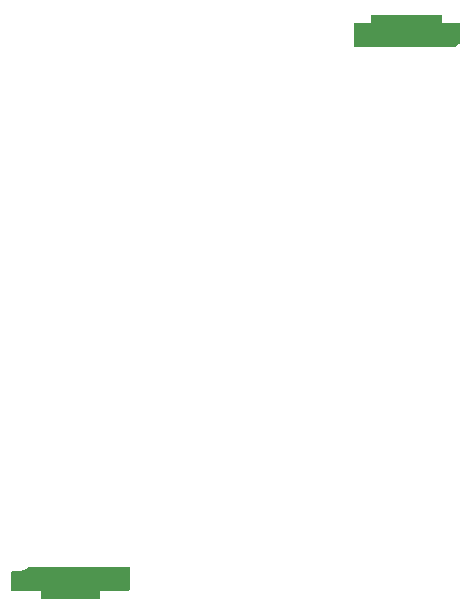
<source format=gbs>
G04 #@! TF.GenerationSoftware,KiCad,Pcbnew,(7.0.0-0)*
G04 #@! TF.CreationDate,2024-03-30T14:09:05+02:00*
G04 #@! TF.ProjectId,radio-battery-replacement,72616469-6f2d-4626-9174-746572792d72,rev?*
G04 #@! TF.SameCoordinates,Original*
G04 #@! TF.FileFunction,Soldermask,Bot*
G04 #@! TF.FilePolarity,Negative*
%FSLAX46Y46*%
G04 Gerber Fmt 4.6, Leading zero omitted, Abs format (unit mm)*
G04 Created by KiCad (PCBNEW (7.0.0-0)) date 2024-03-30 14:09:05*
%MOMM*%
%LPD*%
G01*
G04 APERTURE LIST*
G04 APERTURE END LIST*
G36*
X128438000Y-69266613D02*
G01*
X128483387Y-69312000D01*
X128500000Y-69374000D01*
X128500000Y-69983674D01*
X128503450Y-69996549D01*
X128516326Y-70000000D01*
X129876000Y-70000000D01*
X129938000Y-70016613D01*
X129983387Y-70062000D01*
X130000000Y-70124000D01*
X130000000Y-71613742D01*
X129990392Y-71661600D01*
X129963059Y-71702041D01*
X129922234Y-71728800D01*
X129874599Y-71747941D01*
X129865235Y-71752662D01*
X129671993Y-71871645D01*
X129663563Y-71877880D01*
X129559938Y-71969083D01*
X129521796Y-71992014D01*
X129478014Y-72000000D01*
X121124000Y-72000000D01*
X121062000Y-71983387D01*
X121016613Y-71938000D01*
X121000000Y-71876000D01*
X121000000Y-70124000D01*
X121016613Y-70062000D01*
X121062000Y-70016613D01*
X121124000Y-70000000D01*
X122483674Y-70000000D01*
X122496549Y-69996549D01*
X122500000Y-69983674D01*
X122500000Y-69374000D01*
X122516613Y-69312000D01*
X122562000Y-69266613D01*
X122624000Y-69250000D01*
X128376000Y-69250000D01*
X128438000Y-69266613D01*
G37*
G36*
X101938000Y-116016613D02*
G01*
X101983387Y-116062000D01*
X102000000Y-116124000D01*
X102000000Y-117876000D01*
X101983387Y-117938000D01*
X101938000Y-117983387D01*
X101876000Y-118000000D01*
X99516326Y-118000000D01*
X99503450Y-118003450D01*
X99500000Y-118016326D01*
X99500000Y-118626000D01*
X99483387Y-118688000D01*
X99438000Y-118733387D01*
X99376000Y-118750000D01*
X94624000Y-118750000D01*
X94562000Y-118733387D01*
X94516613Y-118688000D01*
X94500000Y-118626000D01*
X94500000Y-118016326D01*
X94496549Y-118003450D01*
X94483674Y-118000000D01*
X92124000Y-118000000D01*
X92062000Y-117983387D01*
X92016613Y-117938000D01*
X92000000Y-117876000D01*
X92000000Y-116472798D01*
X92012117Y-116419335D01*
X92046101Y-116376321D01*
X92095309Y-116352163D01*
X92150124Y-116351581D01*
X92317025Y-116387551D01*
X92327438Y-116388884D01*
X92554158Y-116398515D01*
X92564635Y-116398070D01*
X92789727Y-116369245D01*
X92799987Y-116367034D01*
X93016964Y-116300586D01*
X93026701Y-116296673D01*
X93229332Y-116194509D01*
X93238256Y-116189014D01*
X93420716Y-116054068D01*
X93428592Y-116047136D01*
X93437156Y-116038201D01*
X93478012Y-116009949D01*
X93526679Y-116000000D01*
X101876000Y-116000000D01*
X101938000Y-116016613D01*
G37*
G36*
X101989985Y-115993068D02*
G01*
X102001606Y-115996181D01*
X102002503Y-115996700D01*
X102003300Y-115997498D01*
X102003817Y-115998393D01*
X102006932Y-116010015D01*
X102007000Y-116010533D01*
X102007000Y-117989467D01*
X102006932Y-117989985D01*
X102003817Y-118001607D01*
X102003299Y-118002503D01*
X102002503Y-118003299D01*
X102001607Y-118003817D01*
X101989985Y-118006932D01*
X101989467Y-118007000D01*
X99585263Y-118007000D01*
X99546034Y-118017511D01*
X99517511Y-118046034D01*
X99507000Y-118085263D01*
X99507000Y-118739467D01*
X99506932Y-118739985D01*
X99503817Y-118751607D01*
X99503299Y-118752503D01*
X99502503Y-118753299D01*
X99501607Y-118753817D01*
X99489985Y-118756932D01*
X99489467Y-118757000D01*
X94510533Y-118757000D01*
X94510015Y-118756932D01*
X94498393Y-118753817D01*
X94497498Y-118753300D01*
X94496700Y-118752503D01*
X94496181Y-118751606D01*
X94493068Y-118739985D01*
X94493000Y-118739467D01*
X94493000Y-118085263D01*
X94482488Y-118046034D01*
X94453966Y-118017511D01*
X94414737Y-118007000D01*
X92010533Y-118007000D01*
X92010015Y-118006932D01*
X91998393Y-118003817D01*
X91997498Y-118003300D01*
X91996700Y-118002503D01*
X91996181Y-118001606D01*
X91995215Y-117998000D01*
X92002000Y-117998000D01*
X94500000Y-117998000D01*
X94501414Y-117998586D01*
X94502000Y-118000000D01*
X94502000Y-118748000D01*
X99498000Y-118748000D01*
X99498000Y-118000000D01*
X99498586Y-117998586D01*
X99500000Y-117998000D01*
X101998000Y-117998000D01*
X101998000Y-116002000D01*
X93474622Y-116002000D01*
X93426389Y-116052325D01*
X93426134Y-116052549D01*
X93235219Y-116193749D01*
X93234930Y-116193927D01*
X93022899Y-116300831D01*
X93022585Y-116300957D01*
X92795537Y-116370489D01*
X92795205Y-116370561D01*
X92559672Y-116400723D01*
X92559333Y-116400737D01*
X92322090Y-116390659D01*
X92321754Y-116390616D01*
X92089627Y-116340588D01*
X92089302Y-116340489D01*
X92002000Y-116305408D01*
X92002000Y-117998000D01*
X91995215Y-117998000D01*
X91993068Y-117989985D01*
X91993000Y-117989467D01*
X91993000Y-116315585D01*
X91993105Y-116314946D01*
X91997653Y-116301466D01*
X91998432Y-116300445D01*
X91998734Y-116300242D01*
X91999963Y-116299905D01*
X92014166Y-116300709D01*
X92014799Y-116300850D01*
X92085873Y-116329410D01*
X92098678Y-116333331D01*
X92316491Y-116380275D01*
X92329791Y-116381978D01*
X92552395Y-116391434D01*
X92565777Y-116390865D01*
X92786811Y-116362561D01*
X92799905Y-116359738D01*
X93012941Y-116294497D01*
X93025383Y-116289498D01*
X93224341Y-116189185D01*
X93235756Y-116182157D01*
X93414898Y-116049664D01*
X93424947Y-116040820D01*
X93463114Y-116000998D01*
X93463421Y-116000737D01*
X93471316Y-115995278D01*
X93472053Y-115994963D01*
X93481463Y-115993040D01*
X93481863Y-115993000D01*
X101989467Y-115993000D01*
X101989985Y-115993068D01*
G37*
G36*
X128489985Y-69243068D02*
G01*
X128501606Y-69246181D01*
X128502503Y-69246700D01*
X128503300Y-69247498D01*
X128503817Y-69248393D01*
X128506932Y-69260015D01*
X128507000Y-69260533D01*
X128507000Y-69914737D01*
X128517511Y-69953966D01*
X128546034Y-69982488D01*
X128585263Y-69993000D01*
X129989467Y-69993000D01*
X129989985Y-69993068D01*
X130001606Y-69996181D01*
X130002503Y-69996700D01*
X130003300Y-69997498D01*
X130003817Y-69998393D01*
X130006932Y-70010015D01*
X130007000Y-70010533D01*
X130007000Y-71685575D01*
X130006912Y-71686161D01*
X130003015Y-71698883D01*
X130002359Y-71699853D01*
X129992006Y-71708213D01*
X129991496Y-71708513D01*
X129879110Y-71753673D01*
X129867152Y-71759701D01*
X129677411Y-71876528D01*
X129666638Y-71884496D01*
X129534863Y-72000474D01*
X129534573Y-72000687D01*
X129527140Y-72005156D01*
X129526468Y-72005410D01*
X129517929Y-72006968D01*
X129517570Y-72007000D01*
X121010533Y-72007000D01*
X121010015Y-72006932D01*
X120998393Y-72003817D01*
X120997498Y-72003300D01*
X120996700Y-72002503D01*
X120996181Y-72001606D01*
X120995215Y-71998000D01*
X121002000Y-71998000D01*
X129524055Y-71998000D01*
X129666193Y-71872903D01*
X129666465Y-71872701D01*
X129868666Y-71748201D01*
X129868969Y-71748048D01*
X129998000Y-71696199D01*
X129998000Y-70002000D01*
X128500000Y-70002000D01*
X128498586Y-70001414D01*
X128498000Y-70000000D01*
X128498000Y-69252000D01*
X122502000Y-69252000D01*
X122502000Y-70000000D01*
X122501414Y-70001414D01*
X122500000Y-70002000D01*
X121002000Y-70002000D01*
X121002000Y-71998000D01*
X120995215Y-71998000D01*
X120993068Y-71989985D01*
X120993000Y-71989467D01*
X120993000Y-70010533D01*
X120993068Y-70010015D01*
X120996181Y-69998394D01*
X120996699Y-69997498D01*
X120997498Y-69996699D01*
X120998394Y-69996181D01*
X121010015Y-69993068D01*
X121010533Y-69993000D01*
X122414737Y-69993000D01*
X122453966Y-69982488D01*
X122482488Y-69953966D01*
X122493000Y-69914737D01*
X122493000Y-69260533D01*
X122493068Y-69260015D01*
X122496181Y-69248394D01*
X122496699Y-69247498D01*
X122497498Y-69246699D01*
X122498394Y-69246181D01*
X122510015Y-69243068D01*
X122510533Y-69243000D01*
X128489467Y-69243000D01*
X128489985Y-69243068D01*
G37*
M02*

</source>
